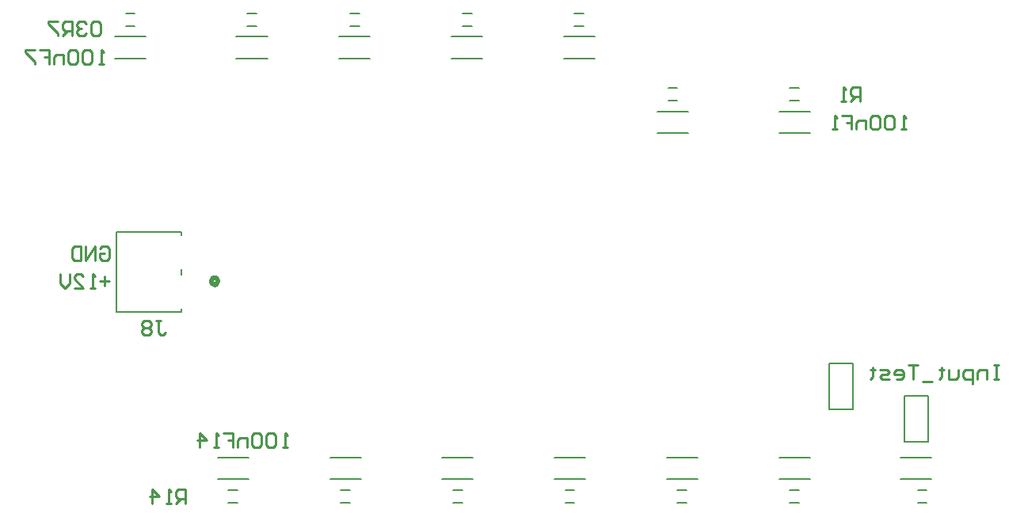
<source format=gbo>
G04*
G04 #@! TF.GenerationSoftware,Altium Limited,Altium Designer,20.2.6 (244)*
G04*
G04 Layer_Color=32896*
%FSLAX25Y25*%
%MOIN*%
G70*
G04*
G04 #@! TF.SameCoordinates,EAF40AD8-45E7-421E-9E40-196F19150C0C*
G04*
G04*
G04 #@! TF.FilePolarity,Positive*
G04*
G01*
G75*
%ADD10C,0.00787*%
%ADD12C,0.01000*%
%ADD36C,0.02000*%
%ADD37C,0.00600*%
D10*
X463504Y201969D02*
Y214035D01*
Y209035D02*
Y221260D01*
X473504D01*
Y201969D02*
Y221260D01*
X463504Y201969D02*
X473504D01*
X167323Y363484D02*
X171260D01*
X167323Y368799D02*
X171260D01*
X162783Y349693D02*
X175800D01*
X162783Y358969D02*
X175800D01*
X446850Y331988D02*
X450787D01*
X446850Y337303D02*
X450787D01*
X500689Y162697D02*
X504626D01*
X500689Y168012D02*
X504626D01*
X493492Y181804D02*
X506508D01*
X493492Y172527D02*
X506508D01*
X210630Y168012D02*
X214567D01*
X210630Y162697D02*
X214567D01*
X206090Y172527D02*
X219107D01*
X206090Y181804D02*
X219107D01*
X213964Y358969D02*
X226981D01*
X213964Y349693D02*
X226981D01*
X218504Y368799D02*
X222441D01*
X218504Y363484D02*
X222441D01*
X257271Y358969D02*
X270288D01*
X257271Y349693D02*
X270288D01*
X261811Y368799D02*
X265748D01*
X261811Y363484D02*
X265748D01*
X304515Y358969D02*
X317532D01*
X304515Y349693D02*
X317532D01*
X309055Y368799D02*
X312992D01*
X309055Y363484D02*
X312992D01*
X351760Y358969D02*
X364776D01*
X351760Y349693D02*
X364776D01*
X356299Y368799D02*
X360236D01*
X356299Y363484D02*
X360236D01*
X391129Y327473D02*
X404146D01*
X391129Y318197D02*
X404146D01*
X395669Y337303D02*
X399606D01*
X395669Y331988D02*
X399606D01*
X442311Y327473D02*
X455327D01*
X442311Y318197D02*
X455327D01*
X446850Y162697D02*
X450787D01*
X446850Y168012D02*
X450787D01*
X442311Y181804D02*
X455327D01*
X442311Y172527D02*
X455327D01*
X399606Y162697D02*
X403543D01*
X399606Y168012D02*
X403543D01*
X395066Y181804D02*
X408083D01*
X395066Y172527D02*
X408083D01*
X352362Y162697D02*
X356299D01*
X352362Y168012D02*
X356299D01*
X347822Y181804D02*
X360839D01*
X347822Y172527D02*
X360839D01*
X305118Y162697D02*
X309055D01*
X305118Y168012D02*
X309055D01*
X300578Y181804D02*
X313595D01*
X300578Y172527D02*
X313595D01*
X257874Y162697D02*
X261811D01*
X257874Y168012D02*
X261811D01*
X253334Y181804D02*
X266351D01*
X253334Y172527D02*
X266351D01*
X495000Y188347D02*
X505000D01*
Y207638D01*
X495000D02*
X505000D01*
X495000Y195413D02*
Y207638D01*
Y188347D02*
Y200413D01*
D12*
X180104Y239187D02*
X182071D01*
X181088D01*
Y234267D01*
X182071Y233283D01*
X183055D01*
X184039Y234267D01*
X178136Y238203D02*
X177152Y239187D01*
X175184D01*
X174200Y238203D01*
Y237219D01*
X175184Y236235D01*
X174200Y235251D01*
Y234267D01*
X175184Y233283D01*
X177152D01*
X178136Y234267D01*
Y235251D01*
X177152Y236235D01*
X178136Y237219D01*
Y238203D01*
X177152Y236235D02*
X175184D01*
X156482Y269699D02*
X157466Y270683D01*
X159433D01*
X160417Y269699D01*
Y265763D01*
X159433Y264779D01*
X157466D01*
X156482Y265763D01*
Y267731D01*
X158449D01*
X154514Y264779D02*
Y270683D01*
X150578Y264779D01*
Y270683D01*
X148610D02*
Y264779D01*
X145658D01*
X144674Y265763D01*
Y269699D01*
X145658Y270683D01*
X148610D01*
X160417Y255920D02*
X156482D01*
X158449Y257888D02*
Y253952D01*
X154514Y252969D02*
X152546D01*
X153530D01*
Y258872D01*
X154514Y257888D01*
X145658Y252969D02*
X149594D01*
X145658Y256904D01*
Y257888D01*
X146642Y258872D01*
X148610D01*
X149594Y257888D01*
X143691Y258872D02*
Y254936D01*
X141723Y252969D01*
X139755Y254936D01*
Y258872D01*
X534865Y220534D02*
X532866D01*
X533866D01*
Y214536D01*
X534865D01*
X532866D01*
X529867D02*
Y218535D01*
X526868D01*
X525868Y217535D01*
Y214536D01*
X523869Y212537D02*
Y218535D01*
X520870D01*
X519870Y217535D01*
Y215536D01*
X520870Y214536D01*
X523869D01*
X517871Y218535D02*
Y215536D01*
X516871Y214536D01*
X513872D01*
Y218535D01*
X510873Y219534D02*
Y218535D01*
X511873D01*
X509873D01*
X510873D01*
Y215536D01*
X509873Y214536D01*
X506874Y213536D02*
X502876D01*
X500876Y220534D02*
X496878D01*
X498877D01*
Y214536D01*
X491879D02*
X493879D01*
X494878Y215536D01*
Y217535D01*
X493879Y218535D01*
X491879D01*
X490879Y217535D01*
Y216535D01*
X494878D01*
X488880Y214536D02*
X485881D01*
X484881Y215536D01*
X485881Y216535D01*
X487881D01*
X488880Y217535D01*
X487881Y218535D01*
X484881D01*
X481882Y219534D02*
Y218535D01*
X482882D01*
X480883D01*
X481882D01*
Y215536D01*
X480883Y214536D01*
X235529Y185977D02*
X233530D01*
X234530D01*
Y191975D01*
X235529Y190976D01*
X230531D02*
X229531Y191975D01*
X227532D01*
X226532Y190976D01*
Y186977D01*
X227532Y185977D01*
X229531D01*
X230531Y186977D01*
Y190976D01*
X224533D02*
X223533Y191975D01*
X221534D01*
X220534Y190976D01*
Y186977D01*
X221534Y185977D01*
X223533D01*
X224533Y186977D01*
Y190976D01*
X218535Y185977D02*
Y189976D01*
X215536D01*
X214536Y188976D01*
Y185977D01*
X208538Y191975D02*
X212537D01*
Y188976D01*
X210537D01*
X212537D01*
Y185977D01*
X206539D02*
X204539D01*
X205539D01*
Y191975D01*
X206539Y190976D01*
X198541Y185977D02*
Y191975D01*
X201540Y188976D01*
X197542D01*
X158227Y347395D02*
X156228D01*
X157227D01*
Y353393D01*
X158227Y352393D01*
X153229D02*
X152229Y353393D01*
X150230D01*
X149230Y352393D01*
Y348394D01*
X150230Y347395D01*
X152229D01*
X153229Y348394D01*
Y352393D01*
X147231D02*
X146231Y353393D01*
X144231D01*
X143232Y352393D01*
Y348394D01*
X144231Y347395D01*
X146231D01*
X147231Y348394D01*
Y352393D01*
X141232Y347395D02*
Y351393D01*
X138233D01*
X137234Y350394D01*
Y347395D01*
X131236Y353393D02*
X135234D01*
Y350394D01*
X133235D01*
X135234D01*
Y347395D01*
X129236Y353393D02*
X125238D01*
Y352393D01*
X129236Y348394D01*
Y347395D01*
X495810Y319836D02*
X493811D01*
X494810D01*
Y325834D01*
X495810Y324834D01*
X490812D02*
X489812Y325834D01*
X487813D01*
X486813Y324834D01*
Y320835D01*
X487813Y319836D01*
X489812D01*
X490812Y320835D01*
Y324834D01*
X484813D02*
X483814Y325834D01*
X481814D01*
X480815Y324834D01*
Y320835D01*
X481814Y319836D01*
X483814D01*
X484813Y320835D01*
Y324834D01*
X478815Y319836D02*
Y323834D01*
X475816D01*
X474817Y322835D01*
Y319836D01*
X468819Y325834D02*
X472817D01*
Y322835D01*
X470818D01*
X472817D01*
Y319836D01*
X466819D02*
X464820D01*
X465820D01*
Y325834D01*
X466819Y324834D01*
X192537Y162355D02*
Y168353D01*
X189538D01*
X188538Y167354D01*
Y165354D01*
X189538Y164355D01*
X192537D01*
X190538D02*
X188538Y162355D01*
X186539D02*
X184539D01*
X185539D01*
Y168353D01*
X186539Y167354D01*
X178542Y162355D02*
Y168353D01*
X181541Y165354D01*
X177542D01*
X156666Y364204D02*
X155666Y365204D01*
X153667D01*
X152667Y364204D01*
Y360205D01*
X153667Y359206D01*
X155666D01*
X156666Y360205D01*
Y364204D01*
X150668D02*
X149668Y365204D01*
X147669D01*
X146669Y364204D01*
Y363204D01*
X147669Y362205D01*
X148668D01*
X147669D01*
X146669Y361205D01*
Y360205D01*
X147669Y359206D01*
X149668D01*
X150668Y360205D01*
X144670Y359206D02*
Y365204D01*
X141671D01*
X140671Y364204D01*
Y362205D01*
X141671Y361205D01*
X144670D01*
X142670D02*
X140671Y359206D01*
X138672Y365204D02*
X134673D01*
Y364204D01*
X138672Y360205D01*
Y359206D01*
X476440Y331647D02*
Y337645D01*
X473441D01*
X472441Y336645D01*
Y334646D01*
X473441Y333646D01*
X476440D01*
X474440D02*
X472441Y331647D01*
X470442D02*
X468442D01*
X469442D01*
Y337645D01*
X470442Y336645D01*
D36*
X206224Y255906D02*
X205873Y256870D01*
X204985Y257383D01*
X203974Y257205D01*
X203315Y256418D01*
Y255393D01*
X203974Y254607D01*
X204985Y254428D01*
X205873Y254941D01*
X206224Y255906D01*
D37*
X190815Y243143D02*
Y244355D01*
X163515Y276542D02*
X190815D01*
X163515Y243143D02*
Y276542D01*
Y243143D02*
X190815D01*
Y275330D02*
Y276542D01*
Y258681D02*
Y261004D01*
M02*

</source>
